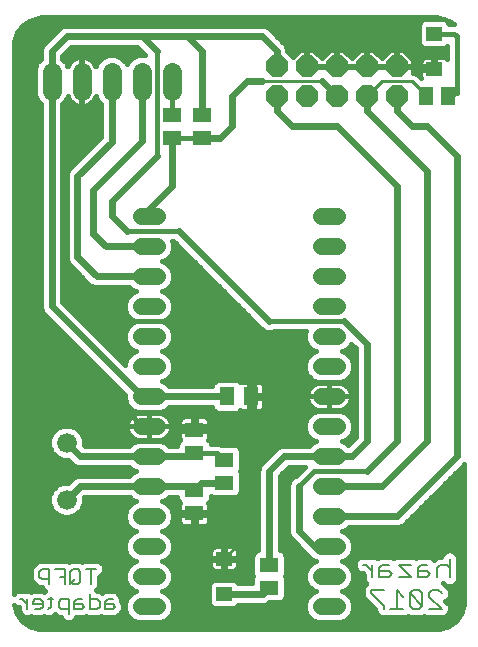
<source format=gbl>
G75*
%MOIN*%
%OFA0B0*%
%FSLAX25Y25*%
%IPPOS*%
%LPD*%
%AMOC8*
5,1,8,0,0,1.08239X$1,22.5*
%
%ADD10C,0.00800*%
%ADD11C,0.00600*%
%ADD12R,0.06299X0.05118*%
%ADD13R,0.05118X0.06299*%
%ADD14R,0.05512X0.04724*%
%ADD15C,0.06400*%
%ADD16OC8,0.07400*%
%ADD17C,0.06600*%
%ADD18C,0.05600*%
%ADD19C,0.02400*%
%ADD20C,0.01600*%
%ADD21C,0.01000*%
D10*
X0124529Y0033461D02*
X0125563Y0033461D01*
X0127632Y0031392D01*
X0127632Y0029324D02*
X0127632Y0033461D01*
X0129940Y0032427D02*
X0129940Y0029324D01*
X0133043Y0029324D01*
X0134077Y0030358D01*
X0133043Y0031392D01*
X0129940Y0031392D01*
X0129940Y0032427D02*
X0130975Y0033461D01*
X0133043Y0033461D01*
X0136386Y0033461D02*
X0140523Y0029324D01*
X0136386Y0029324D01*
X0135769Y0025029D02*
X0135769Y0018824D01*
X0137837Y0018824D02*
X0133700Y0018824D01*
X0131392Y0018824D02*
X0131392Y0019858D01*
X0127255Y0023995D01*
X0127255Y0025029D01*
X0131392Y0025029D01*
X0135769Y0025029D02*
X0137837Y0022961D01*
X0140146Y0023995D02*
X0140146Y0019858D01*
X0141180Y0018824D01*
X0143248Y0018824D01*
X0144283Y0019858D01*
X0140146Y0023995D01*
X0141180Y0025029D01*
X0143248Y0025029D01*
X0144283Y0023995D01*
X0144283Y0019858D01*
X0146591Y0018824D02*
X0150728Y0018824D01*
X0146591Y0022961D01*
X0146591Y0023995D01*
X0147625Y0025029D01*
X0149694Y0025029D01*
X0150728Y0023995D01*
X0149277Y0029324D02*
X0149277Y0032427D01*
X0150311Y0033461D01*
X0152379Y0033461D01*
X0153414Y0032427D01*
X0153414Y0035529D02*
X0153414Y0029324D01*
X0146968Y0030358D02*
X0145934Y0029324D01*
X0142831Y0029324D01*
X0142831Y0032427D01*
X0143866Y0033461D01*
X0145934Y0033461D01*
X0145934Y0031392D02*
X0142831Y0031392D01*
X0140523Y0033461D02*
X0136386Y0033461D01*
X0145934Y0031392D02*
X0146968Y0030358D01*
D11*
X0041880Y0019556D02*
X0041046Y0020390D01*
X0038544Y0020390D01*
X0038544Y0021224D02*
X0038544Y0018722D01*
X0041046Y0018722D01*
X0041880Y0019556D01*
X0041046Y0022058D02*
X0039378Y0022058D01*
X0038544Y0021224D01*
X0036724Y0021224D02*
X0036724Y0019556D01*
X0035890Y0018722D01*
X0033388Y0018722D01*
X0033388Y0023726D01*
X0033388Y0022058D02*
X0035890Y0022058D01*
X0036724Y0021224D01*
X0031568Y0019556D02*
X0030734Y0020390D01*
X0028231Y0020390D01*
X0028231Y0021224D02*
X0028231Y0018722D01*
X0030734Y0018722D01*
X0031568Y0019556D01*
X0030734Y0022058D02*
X0029065Y0022058D01*
X0028231Y0021224D01*
X0026411Y0022058D02*
X0023909Y0022058D01*
X0023075Y0021224D01*
X0023075Y0019556D01*
X0023909Y0018722D01*
X0026411Y0018722D01*
X0026411Y0017054D02*
X0026411Y0022058D01*
X0026942Y0027122D02*
X0028610Y0028790D01*
X0026942Y0027956D02*
X0027776Y0027122D01*
X0029444Y0027122D01*
X0030278Y0027956D01*
X0030278Y0031292D01*
X0029444Y0032126D01*
X0027776Y0032126D01*
X0026942Y0031292D01*
X0026942Y0027956D01*
X0025122Y0027122D02*
X0025122Y0032126D01*
X0021786Y0032126D01*
X0019966Y0032126D02*
X0017464Y0032126D01*
X0016629Y0031292D01*
X0016629Y0029624D01*
X0017464Y0028790D01*
X0019966Y0028790D01*
X0019966Y0027122D02*
X0019966Y0032126D01*
X0023454Y0029624D02*
X0025122Y0029624D01*
X0020421Y0022892D02*
X0020421Y0019556D01*
X0019587Y0018722D01*
X0017817Y0019556D02*
X0017817Y0021224D01*
X0016983Y0022058D01*
X0015315Y0022058D01*
X0014481Y0021224D01*
X0014481Y0020390D01*
X0017817Y0020390D01*
X0017817Y0019556D02*
X0016983Y0018722D01*
X0015315Y0018722D01*
X0012661Y0018722D02*
X0012661Y0022058D01*
X0012661Y0020390D02*
X0010993Y0022058D01*
X0010159Y0022058D01*
X0019587Y0022058D02*
X0021255Y0022058D01*
X0032099Y0032126D02*
X0035435Y0032126D01*
X0033767Y0032126D02*
X0033767Y0027122D01*
D12*
X0068237Y0050737D03*
X0068237Y0058611D03*
X0068237Y0070737D03*
X0068237Y0078611D03*
X0078237Y0068414D03*
X0078237Y0060934D03*
X0093237Y0033414D03*
X0093237Y0025934D03*
X0070737Y0175934D03*
X0070737Y0183414D03*
X0060737Y0183611D03*
X0060737Y0175737D03*
D13*
X0079300Y0089674D03*
X0087174Y0089674D03*
X0145422Y0189674D03*
X0152902Y0189674D03*
D14*
X0148237Y0198769D03*
X0148237Y0210580D03*
X0078237Y0035580D03*
X0078237Y0023769D03*
D15*
X0060737Y0191474D02*
X0060737Y0197874D01*
X0050737Y0197874D02*
X0050737Y0191474D01*
X0040737Y0191474D02*
X0040737Y0197874D01*
X0030737Y0197874D02*
X0030737Y0191474D01*
X0020737Y0191474D02*
X0020737Y0197874D01*
D16*
X0095737Y0199674D03*
X0095737Y0189674D03*
X0105737Y0189674D03*
X0105737Y0199674D03*
X0115737Y0199674D03*
X0115737Y0189674D03*
X0125737Y0189674D03*
X0125737Y0199674D03*
X0135737Y0199674D03*
X0135737Y0189674D03*
D17*
X0025737Y0074174D03*
X0025737Y0055174D03*
D18*
X0050437Y0059674D02*
X0056037Y0059674D01*
X0056037Y0049674D02*
X0050437Y0049674D01*
X0050437Y0039674D02*
X0056037Y0039674D01*
X0056037Y0029674D02*
X0050437Y0029674D01*
X0050437Y0019674D02*
X0056037Y0019674D01*
X0056037Y0069674D02*
X0050437Y0069674D01*
X0050437Y0079674D02*
X0056037Y0079674D01*
X0056037Y0089674D02*
X0050437Y0089674D01*
X0050437Y0099674D02*
X0056037Y0099674D01*
X0056037Y0109674D02*
X0050437Y0109674D01*
X0050437Y0119674D02*
X0056037Y0119674D01*
X0056037Y0129674D02*
X0050437Y0129674D01*
X0050437Y0139674D02*
X0056037Y0139674D01*
X0056037Y0149674D02*
X0050437Y0149674D01*
X0110437Y0149674D02*
X0116037Y0149674D01*
X0116037Y0139674D02*
X0110437Y0139674D01*
X0110437Y0129674D02*
X0116037Y0129674D01*
X0116037Y0119674D02*
X0110437Y0119674D01*
X0110437Y0109674D02*
X0116037Y0109674D01*
X0116037Y0099674D02*
X0110437Y0099674D01*
X0110437Y0089674D02*
X0116037Y0089674D01*
X0116037Y0079674D02*
X0110437Y0079674D01*
X0110437Y0069674D02*
X0116037Y0069674D01*
X0116037Y0059674D02*
X0110437Y0059674D01*
X0110437Y0049674D02*
X0116037Y0049674D01*
X0116037Y0039674D02*
X0110437Y0039674D01*
X0110437Y0029674D02*
X0116037Y0029674D01*
X0116037Y0019674D02*
X0110437Y0019674D01*
D19*
X0108237Y0039674D02*
X0103237Y0044674D01*
X0103237Y0059674D01*
X0093237Y0064674D02*
X0098237Y0069674D01*
X0120737Y0069674D01*
X0125737Y0074674D01*
X0125737Y0107174D01*
X0118237Y0114674D01*
X0093237Y0114674D02*
X0063237Y0144674D01*
X0053237Y0139674D02*
X0038737Y0139674D01*
X0034637Y0143774D01*
X0034637Y0158574D01*
X0050737Y0174674D01*
X0050737Y0194674D01*
X0055737Y0204674D02*
X0050737Y0209674D01*
X0065737Y0209674D01*
X0070737Y0204674D01*
X0070737Y0183414D01*
X0070737Y0175934D02*
X0076997Y0175934D01*
X0080737Y0179674D01*
X0080737Y0189674D01*
X0085737Y0194674D01*
X0090737Y0194674D01*
X0095737Y0189674D02*
X0095737Y0184674D01*
X0100737Y0179674D01*
X0115737Y0179674D01*
X0135737Y0159674D01*
X0135737Y0074674D01*
X0125737Y0064674D01*
X0130737Y0059674D02*
X0113237Y0059674D01*
X0113237Y0049674D02*
X0135737Y0049674D01*
X0155737Y0069674D01*
X0155737Y0169674D01*
X0145737Y0179674D01*
X0140737Y0179674D01*
X0135737Y0184674D01*
X0135737Y0189674D01*
X0125737Y0189674D02*
X0125737Y0184674D01*
X0145737Y0164674D01*
X0145737Y0074674D01*
X0130737Y0059674D01*
X0093237Y0064674D02*
X0093237Y0033414D01*
X0091072Y0023769D02*
X0078237Y0023769D01*
X0068237Y0058611D02*
X0067174Y0059674D01*
X0053237Y0059674D01*
X0030237Y0059674D01*
X0025737Y0055174D01*
X0030237Y0069674D02*
X0025737Y0074174D01*
X0030237Y0069674D02*
X0053237Y0069674D01*
X0067174Y0069674D01*
X0070560Y0060934D02*
X0078237Y0060934D01*
X0079300Y0089674D02*
X0053237Y0089674D01*
X0050737Y0089674D02*
X0020737Y0119674D01*
X0020737Y0194674D01*
X0020737Y0204674D01*
X0025737Y0209674D01*
X0050737Y0209674D01*
X0040737Y0194674D02*
X0040737Y0174674D01*
X0040737Y0174595D01*
X0029359Y0163217D01*
X0029359Y0136052D01*
X0035737Y0129674D01*
X0053237Y0129674D01*
X0045737Y0144674D02*
X0040737Y0149674D01*
X0040737Y0154674D01*
X0055737Y0169674D01*
X0060737Y0175737D02*
X0060737Y0159674D01*
X0053237Y0152174D01*
X0053237Y0149674D01*
X0065737Y0209674D02*
X0090737Y0209674D01*
X0095737Y0204674D01*
X0095737Y0199674D01*
X0110737Y0194674D02*
X0115737Y0189674D01*
D20*
X0009163Y0017213D02*
X0010893Y0014830D01*
X0013276Y0013100D01*
X0016076Y0012190D01*
X0017548Y0012074D01*
X0148847Y0012074D01*
X0150319Y0012190D01*
X0153120Y0013100D01*
X0155502Y0014830D01*
X0157233Y0017213D01*
X0158142Y0020013D01*
X0158258Y0021485D01*
X0158258Y0067104D01*
X0157776Y0066622D01*
X0137776Y0046622D01*
X0136453Y0046074D01*
X0119791Y0046074D01*
X0118983Y0045266D01*
X0117554Y0044674D01*
X0118983Y0044082D01*
X0120445Y0042620D01*
X0121237Y0040708D01*
X0121237Y0038640D01*
X0120445Y0036728D01*
X0118983Y0035266D01*
X0117554Y0034674D01*
X0118983Y0034082D01*
X0120445Y0032620D01*
X0121237Y0030708D01*
X0121237Y0028640D01*
X0120445Y0026728D01*
X0118983Y0025266D01*
X0117554Y0024674D01*
X0118983Y0024082D01*
X0120445Y0022620D01*
X0121237Y0020708D01*
X0121237Y0018640D01*
X0120445Y0016728D01*
X0118983Y0015266D01*
X0117071Y0014474D01*
X0109403Y0014474D01*
X0107491Y0015266D01*
X0106029Y0016728D01*
X0105237Y0018640D01*
X0105237Y0020708D01*
X0106029Y0022620D01*
X0107491Y0024082D01*
X0108920Y0024674D01*
X0107491Y0025266D01*
X0106029Y0026728D01*
X0105237Y0028640D01*
X0105237Y0030708D01*
X0106029Y0032620D01*
X0107491Y0034082D01*
X0108920Y0034674D01*
X0107491Y0035266D01*
X0106029Y0036728D01*
X0105984Y0036836D01*
X0100185Y0042635D01*
X0099637Y0043958D01*
X0099637Y0060390D01*
X0100185Y0061713D01*
X0101198Y0062726D01*
X0102163Y0063126D01*
X0105112Y0066074D01*
X0099728Y0066074D01*
X0096837Y0063183D01*
X0096837Y0038373D01*
X0096864Y0038373D01*
X0097746Y0038008D01*
X0098421Y0037333D01*
X0098787Y0036451D01*
X0098787Y0030378D01*
X0098495Y0029674D01*
X0098787Y0028970D01*
X0098787Y0022897D01*
X0098421Y0022015D01*
X0097746Y0021340D01*
X0096864Y0020975D01*
X0093369Y0020975D01*
X0093111Y0020717D01*
X0091788Y0020169D01*
X0083078Y0020169D01*
X0083028Y0020047D01*
X0082352Y0019372D01*
X0081470Y0019006D01*
X0075004Y0019006D01*
X0074122Y0019372D01*
X0073446Y0020047D01*
X0073081Y0020929D01*
X0073081Y0026608D01*
X0073446Y0027490D01*
X0074122Y0028165D01*
X0075004Y0028531D01*
X0081470Y0028531D01*
X0082352Y0028165D01*
X0083028Y0027490D01*
X0083078Y0027368D01*
X0087687Y0027368D01*
X0087687Y0028970D01*
X0087979Y0029674D01*
X0087687Y0030378D01*
X0087687Y0036451D01*
X0088053Y0037333D01*
X0088728Y0038008D01*
X0089610Y0038373D01*
X0089637Y0038373D01*
X0089637Y0065390D01*
X0090185Y0066713D01*
X0095185Y0071713D01*
X0095185Y0071713D01*
X0096198Y0072726D01*
X0097521Y0073274D01*
X0106683Y0073274D01*
X0107491Y0074082D01*
X0108920Y0074674D01*
X0107491Y0075266D01*
X0106029Y0076728D01*
X0105237Y0078640D01*
X0105237Y0080708D01*
X0106029Y0082620D01*
X0107491Y0084082D01*
X0109403Y0084874D01*
X0117071Y0084874D01*
X0118983Y0084082D01*
X0120445Y0082620D01*
X0121237Y0080708D01*
X0121237Y0078640D01*
X0120445Y0076728D01*
X0118983Y0075266D01*
X0117554Y0074674D01*
X0118983Y0074082D01*
X0119518Y0073547D01*
X0122137Y0076165D01*
X0122137Y0105683D01*
X0120635Y0107185D01*
X0120445Y0106728D01*
X0118983Y0105266D01*
X0117554Y0104674D01*
X0118983Y0104082D01*
X0120445Y0102620D01*
X0121237Y0100708D01*
X0121237Y0098640D01*
X0120445Y0096728D01*
X0118983Y0095266D01*
X0117071Y0094474D01*
X0109403Y0094474D01*
X0107491Y0095266D01*
X0106029Y0096728D01*
X0105237Y0098640D01*
X0105237Y0100708D01*
X0106029Y0102620D01*
X0107491Y0104082D01*
X0108920Y0104674D01*
X0107491Y0105266D01*
X0106029Y0106728D01*
X0105237Y0108640D01*
X0105237Y0110708D01*
X0105554Y0111474D01*
X0094919Y0111474D01*
X0093953Y0111074D01*
X0092521Y0111074D01*
X0091198Y0111622D01*
X0061346Y0141474D01*
X0060920Y0141474D01*
X0061237Y0140708D01*
X0061237Y0138640D01*
X0060445Y0136728D01*
X0058983Y0135266D01*
X0057554Y0134674D01*
X0058983Y0134082D01*
X0060445Y0132620D01*
X0061237Y0130708D01*
X0061237Y0128640D01*
X0060445Y0126728D01*
X0058983Y0125266D01*
X0057554Y0124674D01*
X0058983Y0124082D01*
X0060445Y0122620D01*
X0061237Y0120708D01*
X0061237Y0118640D01*
X0060445Y0116728D01*
X0058983Y0115266D01*
X0057554Y0114674D01*
X0058983Y0114082D01*
X0060445Y0112620D01*
X0061237Y0110708D01*
X0061237Y0108640D01*
X0060445Y0106728D01*
X0058983Y0105266D01*
X0057554Y0104674D01*
X0058983Y0104082D01*
X0060445Y0102620D01*
X0061237Y0100708D01*
X0061237Y0098640D01*
X0060445Y0096728D01*
X0058983Y0095266D01*
X0057554Y0094674D01*
X0058983Y0094082D01*
X0059791Y0093274D01*
X0074341Y0093274D01*
X0074341Y0093301D01*
X0074706Y0094183D01*
X0075381Y0094858D01*
X0076264Y0095224D01*
X0082336Y0095224D01*
X0083219Y0094858D01*
X0083702Y0094375D01*
X0083920Y0094501D01*
X0084378Y0094624D01*
X0086694Y0094624D01*
X0086694Y0090154D01*
X0087654Y0090154D01*
X0087654Y0094624D01*
X0089970Y0094624D01*
X0090428Y0094501D01*
X0090838Y0094264D01*
X0091173Y0093929D01*
X0091410Y0093518D01*
X0091533Y0093061D01*
X0091533Y0090154D01*
X0087654Y0090154D01*
X0087654Y0089194D01*
X0091533Y0089194D01*
X0091533Y0086287D01*
X0091410Y0085830D01*
X0091173Y0085419D01*
X0090838Y0085084D01*
X0090428Y0084847D01*
X0089970Y0084724D01*
X0087654Y0084724D01*
X0087654Y0089194D01*
X0086694Y0089194D01*
X0086694Y0084724D01*
X0084378Y0084724D01*
X0083920Y0084847D01*
X0083702Y0084973D01*
X0083219Y0084490D01*
X0082336Y0084124D01*
X0076264Y0084124D01*
X0075381Y0084490D01*
X0074706Y0085165D01*
X0074341Y0086047D01*
X0074341Y0086074D01*
X0059791Y0086074D01*
X0058983Y0085266D01*
X0057071Y0084474D01*
X0049403Y0084474D01*
X0047491Y0085266D01*
X0046029Y0086728D01*
X0045237Y0088640D01*
X0045237Y0090083D01*
X0017685Y0117635D01*
X0017137Y0118958D01*
X0017137Y0187154D01*
X0015990Y0188302D01*
X0015137Y0190360D01*
X0015137Y0198988D01*
X0015990Y0201046D01*
X0017137Y0202194D01*
X0017137Y0205390D01*
X0017685Y0206713D01*
X0022685Y0211713D01*
X0023698Y0212726D01*
X0025021Y0213274D01*
X0091453Y0213274D01*
X0092776Y0212726D01*
X0097776Y0207726D01*
X0098789Y0206713D01*
X0099337Y0205390D01*
X0099337Y0204701D01*
X0101161Y0202876D01*
X0103459Y0205174D01*
X0105537Y0205174D01*
X0105537Y0199874D01*
X0105937Y0199874D01*
X0105937Y0205174D01*
X0108015Y0205174D01*
X0110737Y0202452D01*
X0113459Y0205174D01*
X0115537Y0205174D01*
X0115537Y0199874D01*
X0115537Y0199474D01*
X0110237Y0199474D01*
X0105937Y0199474D01*
X0105937Y0199874D01*
X0115537Y0199874D01*
X0115937Y0199874D01*
X0125537Y0199874D01*
X0125537Y0199474D01*
X0120237Y0199474D01*
X0115937Y0199474D01*
X0115937Y0199874D01*
X0115937Y0205174D01*
X0118015Y0205174D01*
X0120737Y0202452D01*
X0123459Y0205174D01*
X0125537Y0205174D01*
X0125537Y0199874D01*
X0125937Y0199874D01*
X0125937Y0205174D01*
X0128015Y0205174D01*
X0130737Y0202452D01*
X0133459Y0205174D01*
X0135537Y0205174D01*
X0135537Y0199874D01*
X0135537Y0199474D01*
X0130237Y0199474D01*
X0125937Y0199474D01*
X0125937Y0199874D01*
X0135537Y0199874D01*
X0135937Y0199874D01*
X0135937Y0205174D01*
X0138015Y0205174D01*
X0141237Y0201952D01*
X0141237Y0199874D01*
X0135937Y0199874D01*
X0135937Y0199474D01*
X0141237Y0199474D01*
X0141237Y0197574D01*
X0141314Y0197574D01*
X0142380Y0197133D01*
X0143195Y0196317D01*
X0143808Y0195704D01*
X0143804Y0195712D01*
X0143681Y0196169D01*
X0143681Y0198387D01*
X0147856Y0198387D01*
X0147856Y0199150D01*
X0147856Y0202931D01*
X0145244Y0202931D01*
X0144786Y0202808D01*
X0144376Y0202571D01*
X0144041Y0202236D01*
X0143804Y0201825D01*
X0143681Y0201368D01*
X0143681Y0199150D01*
X0147856Y0199150D01*
X0148618Y0199150D01*
X0148618Y0202931D01*
X0151230Y0202931D01*
X0151688Y0202808D01*
X0152098Y0202571D01*
X0152433Y0202236D01*
X0152537Y0202056D01*
X0152537Y0206367D01*
X0152352Y0206183D01*
X0151470Y0205817D01*
X0145004Y0205817D01*
X0144122Y0206183D01*
X0143446Y0206858D01*
X0143081Y0207740D01*
X0143081Y0213419D01*
X0143446Y0214301D01*
X0144122Y0214976D01*
X0145004Y0215342D01*
X0151470Y0215342D01*
X0152352Y0214976D01*
X0153028Y0214301D01*
X0153244Y0213780D01*
X0154730Y0213780D01*
X0153120Y0214949D01*
X0150319Y0215859D01*
X0148847Y0215975D01*
X0017548Y0215975D01*
X0016076Y0215859D01*
X0013276Y0214949D01*
X0010893Y0213218D01*
X0009163Y0210836D01*
X0008253Y0208036D01*
X0008137Y0206564D01*
X0008137Y0023855D01*
X0008629Y0024347D01*
X0009622Y0024758D01*
X0011530Y0024758D01*
X0011827Y0024635D01*
X0012124Y0024758D01*
X0013198Y0024758D01*
X0013988Y0024431D01*
X0014778Y0024758D01*
X0017520Y0024758D01*
X0018191Y0024481D01*
X0018512Y0024802D01*
X0018436Y0024833D01*
X0017677Y0025593D01*
X0017471Y0026090D01*
X0016926Y0026090D01*
X0016504Y0026265D01*
X0015934Y0026501D01*
X0015934Y0026501D01*
X0015922Y0026513D01*
X0014341Y0028095D01*
X0014341Y0028095D01*
X0014341Y0028095D01*
X0014275Y0028253D01*
X0013929Y0029087D01*
X0013929Y0031829D01*
X0014265Y0032640D01*
X0014341Y0032822D01*
X0014341Y0032822D01*
X0015934Y0034415D01*
X0016527Y0034661D01*
X0016926Y0034826D01*
X0020503Y0034826D01*
X0020876Y0034672D01*
X0021249Y0034826D01*
X0025659Y0034826D01*
X0026449Y0034499D01*
X0026840Y0034661D01*
X0027239Y0034826D01*
X0029981Y0034826D01*
X0030772Y0034499D01*
X0031562Y0034826D01*
X0035972Y0034826D01*
X0036964Y0034415D01*
X0037724Y0033656D01*
X0038135Y0032663D01*
X0038135Y0031589D01*
X0037724Y0030597D01*
X0036964Y0029837D01*
X0036467Y0029631D01*
X0036467Y0026585D01*
X0036056Y0025593D01*
X0035689Y0025226D01*
X0035883Y0024758D01*
X0036427Y0024758D01*
X0037237Y0024423D01*
X0037419Y0024347D01*
X0037419Y0024347D01*
X0037419Y0024347D01*
X0037634Y0024132D01*
X0037849Y0024347D01*
X0038841Y0024758D01*
X0041583Y0024758D01*
X0042576Y0024347D01*
X0043335Y0023588D01*
X0043746Y0022595D01*
X0043746Y0021521D01*
X0043743Y0021512D01*
X0044169Y0021086D01*
X0044580Y0020093D01*
X0044580Y0019019D01*
X0044169Y0018027D01*
X0043410Y0017267D01*
X0042576Y0016433D01*
X0041583Y0016022D01*
X0038007Y0016022D01*
X0037217Y0016349D01*
X0036427Y0016022D01*
X0032851Y0016022D01*
X0032061Y0016349D01*
X0031271Y0016022D01*
X0028906Y0016022D01*
X0028700Y0015525D01*
X0027941Y0014765D01*
X0026948Y0014354D01*
X0025874Y0014354D01*
X0024882Y0014765D01*
X0024122Y0015525D01*
X0023916Y0016022D01*
X0023372Y0016022D01*
X0022949Y0016197D01*
X0022380Y0016433D01*
X0022380Y0016433D01*
X0022367Y0016445D01*
X0021748Y0017065D01*
X0021116Y0016433D01*
X0020124Y0016022D01*
X0019050Y0016022D01*
X0018285Y0016339D01*
X0017520Y0016022D01*
X0014778Y0016022D01*
X0013988Y0016349D01*
X0013198Y0016022D01*
X0012124Y0016022D01*
X0011131Y0016433D01*
X0010372Y0017193D01*
X0009961Y0018185D01*
X0009961Y0019272D01*
X0009874Y0019358D01*
X0009622Y0019358D01*
X0008629Y0019769D01*
X0008242Y0020157D01*
X0008253Y0020013D01*
X0009163Y0017213D01*
X0009015Y0017667D02*
X0010176Y0017667D01*
X0009994Y0016068D02*
X0012013Y0016068D01*
X0013309Y0016068D02*
X0014667Y0016068D01*
X0013979Y0012871D02*
X0152416Y0012871D01*
X0155005Y0014470D02*
X0027227Y0014470D01*
X0025595Y0014470D02*
X0011390Y0014470D01*
X0009961Y0019265D02*
X0008496Y0019265D01*
X0008343Y0024061D02*
X0008137Y0024061D01*
X0008137Y0025659D02*
X0017649Y0025659D01*
X0015178Y0027258D02*
X0008137Y0027258D01*
X0008137Y0028856D02*
X0014025Y0028856D01*
X0013929Y0030455D02*
X0008137Y0030455D01*
X0008137Y0032053D02*
X0014022Y0032053D01*
X0014341Y0032822D02*
X0014341Y0032822D01*
X0015171Y0033652D02*
X0008137Y0033652D01*
X0008137Y0035250D02*
X0047529Y0035250D01*
X0047491Y0035266D02*
X0048920Y0034674D01*
X0047491Y0034082D01*
X0046029Y0032620D01*
X0045237Y0030708D01*
X0045237Y0028640D01*
X0046029Y0026728D01*
X0047491Y0025266D01*
X0048920Y0024674D01*
X0047491Y0024082D01*
X0046029Y0022620D01*
X0045237Y0020708D01*
X0045237Y0018640D01*
X0046029Y0016728D01*
X0047491Y0015266D01*
X0049403Y0014474D01*
X0057071Y0014474D01*
X0058983Y0015266D01*
X0060445Y0016728D01*
X0061237Y0018640D01*
X0061237Y0020708D01*
X0060445Y0022620D01*
X0058983Y0024082D01*
X0057554Y0024674D01*
X0058983Y0025266D01*
X0060445Y0026728D01*
X0061237Y0028640D01*
X0061237Y0030708D01*
X0060445Y0032620D01*
X0058983Y0034082D01*
X0057554Y0034674D01*
X0058983Y0035266D01*
X0060445Y0036728D01*
X0061237Y0038640D01*
X0061237Y0040708D01*
X0060445Y0042620D01*
X0058983Y0044082D01*
X0057554Y0044674D01*
X0058983Y0045266D01*
X0060445Y0046728D01*
X0061237Y0048640D01*
X0061237Y0050708D01*
X0060445Y0052620D01*
X0058983Y0054082D01*
X0057554Y0054674D01*
X0058983Y0055266D01*
X0059791Y0056074D01*
X0062687Y0056074D01*
X0062687Y0055575D01*
X0063053Y0054692D01*
X0063536Y0054209D01*
X0063410Y0053991D01*
X0063287Y0053533D01*
X0063287Y0051217D01*
X0067757Y0051217D01*
X0067757Y0050257D01*
X0068717Y0050257D01*
X0068717Y0051217D01*
X0073187Y0051217D01*
X0073187Y0053533D01*
X0073064Y0053991D01*
X0072938Y0054209D01*
X0073421Y0054692D01*
X0073787Y0055575D01*
X0073787Y0056316D01*
X0074610Y0055975D01*
X0081864Y0055975D01*
X0082746Y0056340D01*
X0083421Y0057015D01*
X0083787Y0057897D01*
X0083787Y0063970D01*
X0083495Y0064674D01*
X0083787Y0065378D01*
X0083787Y0071451D01*
X0083421Y0072333D01*
X0082746Y0073008D01*
X0081864Y0073373D01*
X0077803Y0073373D01*
X0077727Y0073450D01*
X0076551Y0073937D01*
X0073719Y0073937D01*
X0073421Y0074656D01*
X0072938Y0075139D01*
X0073064Y0075357D01*
X0073187Y0075815D01*
X0073187Y0078131D01*
X0068717Y0078131D01*
X0068717Y0079091D01*
X0067757Y0079091D01*
X0067757Y0082970D01*
X0064850Y0082970D01*
X0064393Y0082847D01*
X0063982Y0082610D01*
X0063647Y0082275D01*
X0063410Y0081865D01*
X0063287Y0081407D01*
X0063287Y0079091D01*
X0067757Y0079091D01*
X0067757Y0078131D01*
X0063287Y0078131D01*
X0063287Y0075815D01*
X0063410Y0075357D01*
X0063536Y0075139D01*
X0063053Y0074656D01*
X0062687Y0073773D01*
X0062687Y0073274D01*
X0059791Y0073274D01*
X0058983Y0074082D01*
X0057071Y0074874D01*
X0049403Y0074874D01*
X0047491Y0074082D01*
X0046683Y0073274D01*
X0031728Y0073274D01*
X0031437Y0073565D01*
X0031437Y0075308D01*
X0030569Y0077403D01*
X0028966Y0079006D01*
X0026871Y0079874D01*
X0024603Y0079874D01*
X0022508Y0079006D01*
X0020905Y0077403D01*
X0020037Y0075308D01*
X0020037Y0073040D01*
X0020905Y0070945D01*
X0022508Y0069342D01*
X0024603Y0068474D01*
X0026346Y0068474D01*
X0028198Y0066622D01*
X0029521Y0066074D01*
X0046683Y0066074D01*
X0047491Y0065266D01*
X0048920Y0064674D01*
X0047491Y0064082D01*
X0046683Y0063274D01*
X0029521Y0063274D01*
X0028198Y0062726D01*
X0026346Y0060874D01*
X0024603Y0060874D01*
X0022508Y0060006D01*
X0020905Y0058403D01*
X0020037Y0056308D01*
X0020037Y0054040D01*
X0020905Y0051945D01*
X0022508Y0050342D01*
X0024603Y0049474D01*
X0026871Y0049474D01*
X0028966Y0050342D01*
X0030569Y0051945D01*
X0031437Y0054040D01*
X0031437Y0055783D01*
X0031728Y0056074D01*
X0046683Y0056074D01*
X0047491Y0055266D01*
X0048920Y0054674D01*
X0047491Y0054082D01*
X0046029Y0052620D01*
X0045237Y0050708D01*
X0045237Y0048640D01*
X0046029Y0046728D01*
X0047491Y0045266D01*
X0048920Y0044674D01*
X0047491Y0044082D01*
X0046029Y0042620D01*
X0045237Y0040708D01*
X0045237Y0038640D01*
X0046029Y0036728D01*
X0047491Y0035266D01*
X0047061Y0033652D02*
X0037725Y0033652D01*
X0038135Y0032053D02*
X0045794Y0032053D01*
X0045237Y0030455D02*
X0037582Y0030455D01*
X0036467Y0028856D02*
X0045237Y0028856D01*
X0045809Y0027258D02*
X0036467Y0027258D01*
X0036083Y0025659D02*
X0047098Y0025659D01*
X0047470Y0024061D02*
X0042862Y0024061D01*
X0043746Y0022462D02*
X0045963Y0022462D01*
X0045301Y0020864D02*
X0044261Y0020864D01*
X0044580Y0019265D02*
X0045237Y0019265D01*
X0045640Y0017667D02*
X0043809Y0017667D01*
X0041694Y0016068D02*
X0046689Y0016068D01*
X0037896Y0016068D02*
X0036538Y0016068D01*
X0032740Y0016068D02*
X0031382Y0016068D01*
X0023261Y0016068D02*
X0020235Y0016068D01*
X0018939Y0016068D02*
X0017631Y0016068D01*
X0008137Y0036849D02*
X0045979Y0036849D01*
X0045317Y0038447D02*
X0008137Y0038447D01*
X0008137Y0040046D02*
X0045237Y0040046D01*
X0045625Y0041644D02*
X0008137Y0041644D01*
X0008137Y0043243D02*
X0046652Y0043243D01*
X0048516Y0044841D02*
X0008137Y0044841D01*
X0008137Y0046440D02*
X0046317Y0046440D01*
X0045486Y0048038D02*
X0008137Y0048038D01*
X0008137Y0049637D02*
X0024210Y0049637D01*
X0021615Y0051235D02*
X0008137Y0051235D01*
X0008137Y0052834D02*
X0020537Y0052834D01*
X0020037Y0054432D02*
X0008137Y0054432D01*
X0008137Y0056031D02*
X0020037Y0056031D01*
X0020584Y0057629D02*
X0008137Y0057629D01*
X0008137Y0059228D02*
X0021730Y0059228D01*
X0024488Y0060826D02*
X0008137Y0060826D01*
X0008137Y0062425D02*
X0027897Y0062425D01*
X0027599Y0067220D02*
X0008137Y0067220D01*
X0008137Y0065622D02*
X0047135Y0065622D01*
X0047432Y0064023D02*
X0008137Y0064023D01*
X0008137Y0068819D02*
X0023770Y0068819D01*
X0021433Y0070417D02*
X0008137Y0070417D01*
X0008137Y0072016D02*
X0020461Y0072016D01*
X0020037Y0073614D02*
X0008137Y0073614D01*
X0008137Y0075213D02*
X0020037Y0075213D01*
X0020660Y0076811D02*
X0008137Y0076811D01*
X0008137Y0078410D02*
X0021912Y0078410D01*
X0029562Y0078410D02*
X0046011Y0078410D01*
X0045950Y0078597D02*
X0046174Y0077908D01*
X0046503Y0077263D01*
X0046928Y0076677D01*
X0047440Y0076165D01*
X0048026Y0075740D01*
X0048671Y0075411D01*
X0049360Y0075187D01*
X0050075Y0075074D01*
X0053237Y0075074D01*
X0056399Y0075074D01*
X0057114Y0075187D01*
X0057803Y0075411D01*
X0058448Y0075740D01*
X0059034Y0076165D01*
X0059546Y0076677D01*
X0059971Y0077263D01*
X0060300Y0077908D01*
X0060524Y0078597D01*
X0060637Y0079312D01*
X0060637Y0079674D01*
X0060637Y0080036D01*
X0060524Y0080751D01*
X0060300Y0081440D01*
X0059971Y0082085D01*
X0059546Y0082671D01*
X0059034Y0083183D01*
X0058448Y0083608D01*
X0057803Y0083937D01*
X0057114Y0084161D01*
X0056399Y0084274D01*
X0053237Y0084274D01*
X0050075Y0084274D01*
X0049360Y0084161D01*
X0048671Y0083937D01*
X0048026Y0083608D01*
X0047440Y0083183D01*
X0046928Y0082671D01*
X0046503Y0082085D01*
X0046174Y0081440D01*
X0045950Y0080751D01*
X0045837Y0080036D01*
X0045837Y0079674D01*
X0045837Y0079312D01*
X0045950Y0078597D01*
X0045837Y0079674D02*
X0053237Y0079674D01*
X0050737Y0079674D01*
X0010737Y0119674D01*
X0010737Y0199674D01*
X0025737Y0214674D01*
X0130737Y0214674D01*
X0135737Y0209674D01*
X0135737Y0199674D01*
X0147331Y0199674D01*
X0148237Y0198769D01*
X0147856Y0199897D02*
X0148618Y0199897D01*
X0148618Y0201495D02*
X0147856Y0201495D01*
X0143715Y0201495D02*
X0141237Y0201495D01*
X0141237Y0199897D02*
X0143681Y0199897D01*
X0143681Y0198298D02*
X0141237Y0198298D01*
X0142812Y0196700D02*
X0143681Y0196700D01*
X0140095Y0203094D02*
X0152537Y0203094D01*
X0152537Y0204692D02*
X0138497Y0204692D01*
X0135937Y0204692D02*
X0135537Y0204692D01*
X0135537Y0203094D02*
X0135937Y0203094D01*
X0135937Y0201495D02*
X0135537Y0201495D01*
X0135537Y0199897D02*
X0135937Y0199897D01*
X0135737Y0199674D02*
X0125737Y0199674D01*
X0125537Y0199897D02*
X0125937Y0199897D01*
X0125937Y0201495D02*
X0125537Y0201495D01*
X0125537Y0203094D02*
X0125937Y0203094D01*
X0125937Y0204692D02*
X0125537Y0204692D01*
X0122977Y0204692D02*
X0118497Y0204692D01*
X0120095Y0203094D02*
X0121379Y0203094D01*
X0115937Y0203094D02*
X0115537Y0203094D01*
X0115537Y0204692D02*
X0115937Y0204692D01*
X0112977Y0204692D02*
X0108497Y0204692D01*
X0110095Y0203094D02*
X0111379Y0203094D01*
X0115537Y0201495D02*
X0115937Y0201495D01*
X0115937Y0199897D02*
X0115537Y0199897D01*
X0105937Y0199897D02*
X0105537Y0199897D01*
X0105537Y0201495D02*
X0105937Y0201495D01*
X0105937Y0203094D02*
X0105537Y0203094D01*
X0105537Y0204692D02*
X0105937Y0204692D01*
X0102977Y0204692D02*
X0099345Y0204692D01*
X0098964Y0206291D02*
X0144013Y0206291D01*
X0143081Y0207889D02*
X0097613Y0207889D01*
X0096014Y0209488D02*
X0143081Y0209488D01*
X0143081Y0211086D02*
X0094416Y0211086D01*
X0092817Y0212685D02*
X0143081Y0212685D01*
X0143439Y0214283D02*
X0012359Y0214283D01*
X0010506Y0212685D02*
X0023657Y0212685D01*
X0022058Y0211086D02*
X0009344Y0211086D01*
X0008725Y0209488D02*
X0020460Y0209488D01*
X0018861Y0207889D02*
X0008241Y0207889D01*
X0008137Y0206291D02*
X0017510Y0206291D01*
X0017137Y0204692D02*
X0008137Y0204692D01*
X0008137Y0203094D02*
X0017137Y0203094D01*
X0016439Y0201495D02*
X0008137Y0201495D01*
X0008137Y0199897D02*
X0015514Y0199897D01*
X0015137Y0198298D02*
X0008137Y0198298D01*
X0008137Y0196700D02*
X0015137Y0196700D01*
X0015137Y0195101D02*
X0008137Y0195101D01*
X0008137Y0193503D02*
X0015137Y0193503D01*
X0015137Y0191904D02*
X0008137Y0191904D01*
X0008137Y0190306D02*
X0015159Y0190306D01*
X0015822Y0188707D02*
X0008137Y0188707D01*
X0008137Y0187109D02*
X0017137Y0187109D01*
X0017137Y0185510D02*
X0008137Y0185510D01*
X0008137Y0183912D02*
X0017137Y0183912D01*
X0017137Y0182313D02*
X0008137Y0182313D01*
X0008137Y0180715D02*
X0017137Y0180715D01*
X0017137Y0179116D02*
X0008137Y0179116D01*
X0008137Y0177518D02*
X0017137Y0177518D01*
X0017137Y0175919D02*
X0008137Y0175919D01*
X0008137Y0174321D02*
X0017137Y0174321D01*
X0017137Y0172722D02*
X0008137Y0172722D01*
X0008137Y0171124D02*
X0017137Y0171124D01*
X0017137Y0169525D02*
X0008137Y0169525D01*
X0008137Y0167927D02*
X0017137Y0167927D01*
X0017137Y0166328D02*
X0008137Y0166328D01*
X0008137Y0164730D02*
X0017137Y0164730D01*
X0017137Y0163131D02*
X0008137Y0163131D01*
X0008137Y0161533D02*
X0017137Y0161533D01*
X0017137Y0159934D02*
X0008137Y0159934D01*
X0008137Y0158336D02*
X0017137Y0158336D01*
X0017137Y0156737D02*
X0008137Y0156737D01*
X0008137Y0155139D02*
X0017137Y0155139D01*
X0017137Y0153540D02*
X0008137Y0153540D01*
X0008137Y0151942D02*
X0017137Y0151942D01*
X0017137Y0150343D02*
X0008137Y0150343D01*
X0008137Y0148745D02*
X0017137Y0148745D01*
X0017137Y0147146D02*
X0008137Y0147146D01*
X0008137Y0145547D02*
X0017137Y0145547D01*
X0017137Y0143949D02*
X0008137Y0143949D01*
X0008137Y0142350D02*
X0017137Y0142350D01*
X0017137Y0140752D02*
X0008137Y0140752D01*
X0008137Y0139153D02*
X0017137Y0139153D01*
X0017137Y0137555D02*
X0008137Y0137555D01*
X0008137Y0135956D02*
X0017137Y0135956D01*
X0017137Y0134358D02*
X0008137Y0134358D01*
X0008137Y0132759D02*
X0017137Y0132759D01*
X0017137Y0131161D02*
X0008137Y0131161D01*
X0008137Y0129562D02*
X0017137Y0129562D01*
X0017137Y0127964D02*
X0008137Y0127964D01*
X0008137Y0126365D02*
X0017137Y0126365D01*
X0017137Y0124767D02*
X0008137Y0124767D01*
X0008137Y0123168D02*
X0017137Y0123168D01*
X0017137Y0121570D02*
X0008137Y0121570D01*
X0008137Y0119971D02*
X0017137Y0119971D01*
X0017379Y0118373D02*
X0008137Y0118373D01*
X0008137Y0116774D02*
X0018546Y0116774D01*
X0020144Y0115176D02*
X0008137Y0115176D01*
X0008137Y0113577D02*
X0021743Y0113577D01*
X0023341Y0111979D02*
X0008137Y0111979D01*
X0008137Y0110380D02*
X0024940Y0110380D01*
X0026538Y0108782D02*
X0008137Y0108782D01*
X0008137Y0107183D02*
X0028137Y0107183D01*
X0029735Y0105585D02*
X0008137Y0105585D01*
X0008137Y0103986D02*
X0031334Y0103986D01*
X0032932Y0102388D02*
X0008137Y0102388D01*
X0008137Y0100789D02*
X0034531Y0100789D01*
X0036129Y0099191D02*
X0008137Y0099191D01*
X0008137Y0097592D02*
X0037728Y0097592D01*
X0039326Y0095994D02*
X0008137Y0095994D01*
X0008137Y0094395D02*
X0040925Y0094395D01*
X0042523Y0092797D02*
X0008137Y0092797D01*
X0008137Y0091198D02*
X0044122Y0091198D01*
X0045237Y0089600D02*
X0008137Y0089600D01*
X0008137Y0088001D02*
X0045502Y0088001D01*
X0046355Y0086403D02*
X0008137Y0086403D01*
X0008137Y0084804D02*
X0048606Y0084804D01*
X0047472Y0083206D02*
X0008137Y0083206D01*
X0008137Y0081607D02*
X0046259Y0081607D01*
X0045837Y0080009D02*
X0008137Y0080009D01*
X0027264Y0049637D02*
X0045237Y0049637D01*
X0045455Y0051235D02*
X0029859Y0051235D01*
X0030937Y0052834D02*
X0046243Y0052834D01*
X0048336Y0054432D02*
X0031437Y0054432D01*
X0031685Y0056031D02*
X0046726Y0056031D01*
X0058138Y0054432D02*
X0063313Y0054432D01*
X0063287Y0052834D02*
X0060231Y0052834D01*
X0061019Y0051235D02*
X0063287Y0051235D01*
X0063287Y0050257D02*
X0063287Y0047941D01*
X0063410Y0047483D01*
X0063647Y0047073D01*
X0063982Y0046738D01*
X0064393Y0046501D01*
X0064850Y0046378D01*
X0067757Y0046378D01*
X0067757Y0050257D01*
X0063287Y0050257D01*
X0063287Y0049637D02*
X0061237Y0049637D01*
X0060988Y0048038D02*
X0063287Y0048038D01*
X0064620Y0046440D02*
X0060157Y0046440D01*
X0057958Y0044841D02*
X0089637Y0044841D01*
X0089637Y0043243D02*
X0059822Y0043243D01*
X0060849Y0041644D02*
X0089637Y0041644D01*
X0089637Y0040046D02*
X0061237Y0040046D01*
X0061157Y0038447D02*
X0073753Y0038447D01*
X0073804Y0038637D02*
X0073681Y0038179D01*
X0073681Y0035961D01*
X0077856Y0035961D01*
X0077856Y0039742D01*
X0075244Y0039742D01*
X0074786Y0039619D01*
X0074376Y0039382D01*
X0074041Y0039047D01*
X0073804Y0038637D01*
X0073681Y0036849D02*
X0060495Y0036849D01*
X0058945Y0035250D02*
X0077856Y0035250D01*
X0077856Y0035198D02*
X0073681Y0035198D01*
X0073681Y0032980D01*
X0073804Y0032523D01*
X0074041Y0032112D01*
X0074376Y0031777D01*
X0074786Y0031540D01*
X0075244Y0031417D01*
X0077856Y0031417D01*
X0077856Y0035198D01*
X0078618Y0035198D01*
X0078618Y0031417D01*
X0081230Y0031417D01*
X0081688Y0031540D01*
X0082098Y0031777D01*
X0082433Y0032112D01*
X0082670Y0032523D01*
X0082793Y0032980D01*
X0082793Y0035198D01*
X0078618Y0035198D01*
X0078618Y0035961D01*
X0077856Y0035961D01*
X0077856Y0035198D01*
X0078618Y0035250D02*
X0087687Y0035250D01*
X0087687Y0033652D02*
X0082793Y0033652D01*
X0082374Y0032053D02*
X0087687Y0032053D01*
X0087687Y0030455D02*
X0061237Y0030455D01*
X0061237Y0028856D02*
X0087687Y0028856D01*
X0087852Y0036849D02*
X0082793Y0036849D01*
X0082793Y0035961D02*
X0082793Y0038179D01*
X0082670Y0038637D01*
X0082433Y0039047D01*
X0082098Y0039382D01*
X0081688Y0039619D01*
X0081230Y0039742D01*
X0078618Y0039742D01*
X0078618Y0035961D01*
X0082793Y0035961D01*
X0082721Y0038447D02*
X0089637Y0038447D01*
X0089637Y0046440D02*
X0071854Y0046440D01*
X0072081Y0046501D02*
X0072492Y0046738D01*
X0072827Y0047073D01*
X0073064Y0047483D01*
X0073187Y0047941D01*
X0073187Y0050257D01*
X0068717Y0050257D01*
X0068717Y0046378D01*
X0071624Y0046378D01*
X0072081Y0046501D01*
X0073187Y0048038D02*
X0089637Y0048038D01*
X0089637Y0049637D02*
X0073187Y0049637D01*
X0073187Y0051235D02*
X0089637Y0051235D01*
X0089637Y0052834D02*
X0073187Y0052834D01*
X0073161Y0054432D02*
X0089637Y0054432D01*
X0088237Y0054674D02*
X0088237Y0074674D01*
X0083237Y0079674D01*
X0088237Y0084674D01*
X0088237Y0088611D01*
X0087174Y0089674D01*
X0088237Y0090737D01*
X0088237Y0109674D01*
X0083237Y0114674D01*
X0035737Y0114674D01*
X0025737Y0124674D01*
X0025737Y0169674D01*
X0030737Y0174674D01*
X0030737Y0194674D01*
X0030937Y0194474D02*
X0030937Y0186474D01*
X0031131Y0186474D01*
X0031908Y0186597D01*
X0032656Y0186840D01*
X0033358Y0187198D01*
X0033994Y0187660D01*
X0034551Y0188217D01*
X0035013Y0188853D01*
X0035371Y0189555D01*
X0035415Y0189690D01*
X0035990Y0188302D01*
X0037137Y0187154D01*
X0037137Y0176086D01*
X0027320Y0166269D01*
X0026307Y0165257D01*
X0025759Y0163933D01*
X0025759Y0135336D01*
X0026307Y0134013D01*
X0033698Y0126622D01*
X0035021Y0126074D01*
X0036453Y0126074D01*
X0046683Y0126074D01*
X0047491Y0125266D01*
X0048920Y0124674D01*
X0047491Y0124082D01*
X0046029Y0122620D01*
X0045237Y0120708D01*
X0045237Y0118640D01*
X0046029Y0116728D01*
X0047491Y0115266D01*
X0048920Y0114674D01*
X0047491Y0114082D01*
X0046029Y0112620D01*
X0045237Y0110708D01*
X0045237Y0108640D01*
X0046029Y0106728D01*
X0047491Y0105266D01*
X0048920Y0104674D01*
X0047491Y0104082D01*
X0046029Y0102620D01*
X0045237Y0100708D01*
X0045237Y0100265D01*
X0024337Y0121165D01*
X0024337Y0187154D01*
X0025484Y0188302D01*
X0026059Y0189690D01*
X0026103Y0189555D01*
X0026461Y0188853D01*
X0026923Y0188217D01*
X0027480Y0187660D01*
X0028116Y0187198D01*
X0028818Y0186840D01*
X0029566Y0186597D01*
X0030343Y0186474D01*
X0030537Y0186474D01*
X0030537Y0194474D01*
X0030937Y0194474D01*
X0030937Y0194874D02*
X0030537Y0194874D01*
X0030537Y0202874D01*
X0030343Y0202874D01*
X0029566Y0202751D01*
X0028818Y0202508D01*
X0028116Y0202150D01*
X0027480Y0201688D01*
X0026923Y0201131D01*
X0026461Y0200495D01*
X0026103Y0199793D01*
X0026059Y0199658D01*
X0025484Y0201046D01*
X0024337Y0202194D01*
X0024337Y0203183D01*
X0027228Y0206074D01*
X0049246Y0206074D01*
X0051846Y0203474D01*
X0049623Y0203474D01*
X0047565Y0202621D01*
X0045990Y0201046D01*
X0045737Y0200436D01*
X0045484Y0201046D01*
X0043909Y0202621D01*
X0041851Y0203474D01*
X0039623Y0203474D01*
X0037565Y0202621D01*
X0035990Y0201046D01*
X0035415Y0199658D01*
X0035371Y0199793D01*
X0035013Y0200495D01*
X0034551Y0201131D01*
X0033994Y0201688D01*
X0033358Y0202150D01*
X0032656Y0202508D01*
X0031908Y0202751D01*
X0031131Y0202874D01*
X0030937Y0202874D01*
X0030937Y0194874D01*
X0030937Y0195101D02*
X0030537Y0195101D01*
X0030537Y0193503D02*
X0030937Y0193503D01*
X0030937Y0191904D02*
X0030537Y0191904D01*
X0030537Y0190306D02*
X0030937Y0190306D01*
X0030937Y0188707D02*
X0030537Y0188707D01*
X0030537Y0187109D02*
X0030937Y0187109D01*
X0033183Y0187109D02*
X0037137Y0187109D01*
X0037137Y0185510D02*
X0024337Y0185510D01*
X0024337Y0183912D02*
X0037137Y0183912D01*
X0037137Y0182313D02*
X0024337Y0182313D01*
X0024337Y0180715D02*
X0037137Y0180715D01*
X0037137Y0179116D02*
X0024337Y0179116D01*
X0024337Y0177518D02*
X0037137Y0177518D01*
X0036970Y0175919D02*
X0024337Y0175919D01*
X0024337Y0174321D02*
X0035371Y0174321D01*
X0033773Y0172722D02*
X0024337Y0172722D01*
X0024337Y0171124D02*
X0032174Y0171124D01*
X0030576Y0169525D02*
X0024337Y0169525D01*
X0024337Y0167927D02*
X0028977Y0167927D01*
X0027379Y0166328D02*
X0024337Y0166328D01*
X0024337Y0164730D02*
X0026089Y0164730D01*
X0025759Y0163131D02*
X0024337Y0163131D01*
X0024337Y0161533D02*
X0025759Y0161533D01*
X0025759Y0159934D02*
X0024337Y0159934D01*
X0024337Y0158336D02*
X0025759Y0158336D01*
X0025759Y0156737D02*
X0024337Y0156737D01*
X0024337Y0155139D02*
X0025759Y0155139D01*
X0025759Y0153540D02*
X0024337Y0153540D01*
X0024337Y0151942D02*
X0025759Y0151942D01*
X0025759Y0150343D02*
X0024337Y0150343D01*
X0024337Y0148745D02*
X0025759Y0148745D01*
X0025759Y0147146D02*
X0024337Y0147146D01*
X0024337Y0145547D02*
X0025759Y0145547D01*
X0025759Y0143949D02*
X0024337Y0143949D01*
X0024337Y0142350D02*
X0025759Y0142350D01*
X0025759Y0140752D02*
X0024337Y0140752D01*
X0024337Y0139153D02*
X0025759Y0139153D01*
X0025759Y0137555D02*
X0024337Y0137555D01*
X0024337Y0135956D02*
X0025759Y0135956D01*
X0026164Y0134358D02*
X0024337Y0134358D01*
X0024337Y0132759D02*
X0027560Y0132759D01*
X0029159Y0131161D02*
X0024337Y0131161D01*
X0024337Y0129562D02*
X0030757Y0129562D01*
X0032356Y0127964D02*
X0024337Y0127964D01*
X0024337Y0126365D02*
X0034318Y0126365D01*
X0027129Y0118373D02*
X0045348Y0118373D01*
X0045237Y0119971D02*
X0025531Y0119971D01*
X0024337Y0121570D02*
X0045594Y0121570D01*
X0046577Y0123168D02*
X0024337Y0123168D01*
X0024337Y0124767D02*
X0048696Y0124767D01*
X0046010Y0116774D02*
X0028728Y0116774D01*
X0030326Y0115176D02*
X0047708Y0115176D01*
X0046986Y0113577D02*
X0031925Y0113577D01*
X0033523Y0111979D02*
X0045763Y0111979D01*
X0045237Y0110380D02*
X0035122Y0110380D01*
X0036720Y0108782D02*
X0045237Y0108782D01*
X0045840Y0107183D02*
X0038319Y0107183D01*
X0039917Y0105585D02*
X0047172Y0105585D01*
X0047395Y0103986D02*
X0041516Y0103986D01*
X0043115Y0102388D02*
X0045933Y0102388D01*
X0045270Y0100789D02*
X0044713Y0100789D01*
X0050737Y0089674D02*
X0053237Y0089674D01*
X0053237Y0084274D02*
X0053237Y0079674D01*
X0067174Y0079674D01*
X0068237Y0078611D01*
X0069300Y0079674D01*
X0083237Y0079674D01*
X0083533Y0084804D02*
X0084081Y0084804D01*
X0086694Y0084804D02*
X0087654Y0084804D01*
X0087654Y0086403D02*
X0086694Y0086403D01*
X0086694Y0088001D02*
X0087654Y0088001D01*
X0087654Y0089600D02*
X0105837Y0089600D01*
X0105837Y0089674D02*
X0105837Y0089312D01*
X0105950Y0088597D01*
X0106174Y0087908D01*
X0106503Y0087263D01*
X0106928Y0086677D01*
X0107440Y0086165D01*
X0108026Y0085740D01*
X0108671Y0085411D01*
X0109360Y0085187D01*
X0110075Y0085074D01*
X0113237Y0085074D01*
X0116399Y0085074D01*
X0117114Y0085187D01*
X0117803Y0085411D01*
X0118448Y0085740D01*
X0119034Y0086165D01*
X0119546Y0086677D01*
X0119971Y0087263D01*
X0120300Y0087908D01*
X0120524Y0088597D01*
X0120637Y0089312D01*
X0120637Y0089674D01*
X0120637Y0090036D01*
X0120524Y0090751D01*
X0120300Y0091440D01*
X0119971Y0092085D01*
X0119546Y0092671D01*
X0119034Y0093183D01*
X0118448Y0093608D01*
X0117803Y0093937D01*
X0117114Y0094161D01*
X0116399Y0094274D01*
X0113237Y0094274D01*
X0110075Y0094274D01*
X0109360Y0094161D01*
X0108671Y0093937D01*
X0108026Y0093608D01*
X0107440Y0093183D01*
X0106928Y0092671D01*
X0106503Y0092085D01*
X0106174Y0091440D01*
X0105950Y0090751D01*
X0105837Y0090036D01*
X0105837Y0089674D01*
X0113237Y0089674D01*
X0087174Y0089674D01*
X0086694Y0091198D02*
X0087654Y0091198D01*
X0087654Y0092797D02*
X0086694Y0092797D01*
X0086694Y0094395D02*
X0087654Y0094395D01*
X0090611Y0094395D02*
X0122137Y0094395D01*
X0122137Y0092797D02*
X0119420Y0092797D01*
X0120379Y0091198D02*
X0122137Y0091198D01*
X0122137Y0089600D02*
X0120637Y0089600D01*
X0120637Y0089674D02*
X0113237Y0089674D01*
X0113237Y0085074D01*
X0113237Y0089674D01*
X0113237Y0089674D01*
X0113237Y0089674D01*
X0105837Y0089674D01*
X0106095Y0091198D02*
X0091533Y0091198D01*
X0091533Y0092797D02*
X0107054Y0092797D01*
X0106763Y0095994D02*
X0059711Y0095994D01*
X0060803Y0097592D02*
X0105671Y0097592D01*
X0105237Y0099191D02*
X0061237Y0099191D01*
X0061204Y0100789D02*
X0105270Y0100789D01*
X0105933Y0102388D02*
X0060541Y0102388D01*
X0059079Y0103986D02*
X0107395Y0103986D01*
X0107172Y0105585D02*
X0059302Y0105585D01*
X0060634Y0107183D02*
X0105840Y0107183D01*
X0105237Y0108782D02*
X0061237Y0108782D01*
X0061237Y0110380D02*
X0105237Y0110380D01*
X0113237Y0094274D02*
X0113237Y0089674D01*
X0113237Y0089674D01*
X0113237Y0094274D01*
X0113237Y0092797D02*
X0113237Y0092797D01*
X0113237Y0091198D02*
X0113237Y0091198D01*
X0113237Y0089674D02*
X0120637Y0089674D01*
X0120330Y0088001D02*
X0122137Y0088001D01*
X0122137Y0086403D02*
X0119271Y0086403D01*
X0117240Y0084804D02*
X0122137Y0084804D01*
X0122137Y0083206D02*
X0119859Y0083206D01*
X0120865Y0081607D02*
X0122137Y0081607D01*
X0122137Y0080009D02*
X0121237Y0080009D01*
X0121142Y0078410D02*
X0122137Y0078410D01*
X0122137Y0076811D02*
X0120480Y0076811D01*
X0121185Y0075213D02*
X0118855Y0075213D01*
X0119450Y0073614D02*
X0119586Y0073614D01*
X0125737Y0064674D02*
X0108237Y0064674D01*
X0103237Y0059674D01*
X0099818Y0060826D02*
X0096837Y0060826D01*
X0096837Y0059228D02*
X0099637Y0059228D01*
X0099637Y0057629D02*
X0096837Y0057629D01*
X0096837Y0056031D02*
X0099637Y0056031D01*
X0099637Y0054432D02*
X0096837Y0054432D01*
X0096837Y0052834D02*
X0099637Y0052834D01*
X0099637Y0051235D02*
X0096837Y0051235D01*
X0096837Y0049637D02*
X0099637Y0049637D01*
X0099637Y0048038D02*
X0096837Y0048038D01*
X0096837Y0046440D02*
X0099637Y0046440D01*
X0099637Y0044841D02*
X0096837Y0044841D01*
X0096837Y0043243D02*
X0099933Y0043243D01*
X0101176Y0041644D02*
X0096837Y0041644D01*
X0096837Y0040046D02*
X0102774Y0040046D01*
X0104373Y0038447D02*
X0096837Y0038447D01*
X0098622Y0036849D02*
X0105971Y0036849D01*
X0107529Y0035250D02*
X0098787Y0035250D01*
X0098787Y0033652D02*
X0107061Y0033652D01*
X0105794Y0032053D02*
X0098787Y0032053D01*
X0098787Y0030455D02*
X0105237Y0030455D01*
X0105237Y0028856D02*
X0098787Y0028856D01*
X0098787Y0027258D02*
X0105809Y0027258D01*
X0107098Y0025659D02*
X0098787Y0025659D01*
X0098787Y0024061D02*
X0107470Y0024061D01*
X0105963Y0022462D02*
X0098606Y0022462D01*
X0093258Y0020864D02*
X0105301Y0020864D01*
X0105237Y0019265D02*
X0082095Y0019265D01*
X0074379Y0019265D02*
X0061237Y0019265D01*
X0061173Y0020864D02*
X0073108Y0020864D01*
X0073081Y0022462D02*
X0060511Y0022462D01*
X0059004Y0024061D02*
X0073081Y0024061D01*
X0073081Y0025659D02*
X0059376Y0025659D01*
X0060665Y0027258D02*
X0073350Y0027258D01*
X0074100Y0032053D02*
X0060680Y0032053D01*
X0059413Y0033652D02*
X0073681Y0033652D01*
X0077856Y0033652D02*
X0078618Y0033652D01*
X0078618Y0032053D02*
X0077856Y0032053D01*
X0077856Y0036849D02*
X0078618Y0036849D01*
X0078618Y0038447D02*
X0077856Y0038447D01*
X0084300Y0050737D02*
X0088237Y0054674D01*
X0089637Y0056031D02*
X0081999Y0056031D01*
X0083676Y0057629D02*
X0089637Y0057629D01*
X0089637Y0059228D02*
X0083787Y0059228D01*
X0083787Y0060826D02*
X0089637Y0060826D01*
X0089637Y0062425D02*
X0083787Y0062425D01*
X0083765Y0064023D02*
X0089637Y0064023D01*
X0089733Y0065622D02*
X0083787Y0065622D01*
X0083787Y0067220D02*
X0090692Y0067220D01*
X0092291Y0068819D02*
X0083787Y0068819D01*
X0083787Y0070417D02*
X0093889Y0070417D01*
X0095488Y0072016D02*
X0083552Y0072016D01*
X0078237Y0068414D02*
X0075914Y0070737D01*
X0068237Y0070737D01*
X0067174Y0069674D01*
X0062687Y0073614D02*
X0059450Y0073614D01*
X0057193Y0075213D02*
X0063493Y0075213D01*
X0063287Y0076811D02*
X0059643Y0076811D01*
X0060463Y0078410D02*
X0067757Y0078410D01*
X0068717Y0078410D02*
X0105332Y0078410D01*
X0105237Y0080009D02*
X0073187Y0080009D01*
X0073187Y0079091D02*
X0073187Y0081407D01*
X0073064Y0081865D01*
X0072827Y0082275D01*
X0072492Y0082610D01*
X0072081Y0082847D01*
X0071624Y0082970D01*
X0068717Y0082970D01*
X0068717Y0079091D01*
X0073187Y0079091D01*
X0073187Y0076811D02*
X0105994Y0076811D01*
X0107619Y0075213D02*
X0072981Y0075213D01*
X0077329Y0073614D02*
X0107024Y0073614D01*
X0104659Y0065622D02*
X0099276Y0065622D01*
X0097678Y0064023D02*
X0103061Y0064023D01*
X0100897Y0062425D02*
X0096837Y0062425D01*
X0084300Y0050737D02*
X0068237Y0050737D01*
X0067757Y0049637D02*
X0068717Y0049637D01*
X0068717Y0048038D02*
X0067757Y0048038D01*
X0067757Y0046440D02*
X0068717Y0046440D01*
X0073787Y0056031D02*
X0074475Y0056031D01*
X0070560Y0060934D02*
X0068237Y0058611D01*
X0062687Y0056031D02*
X0059748Y0056031D01*
X0053237Y0075074D02*
X0053237Y0079674D01*
X0053237Y0079674D01*
X0053237Y0075074D01*
X0053237Y0075213D02*
X0053237Y0075213D01*
X0053237Y0076811D02*
X0053237Y0076811D01*
X0053237Y0078410D02*
X0053237Y0078410D01*
X0053237Y0079674D02*
X0053237Y0079674D01*
X0045837Y0079674D01*
X0046831Y0076811D02*
X0030814Y0076811D01*
X0031437Y0075213D02*
X0049281Y0075213D01*
X0047024Y0073614D02*
X0031437Y0073614D01*
X0053237Y0079674D02*
X0053237Y0079674D01*
X0053237Y0084274D01*
X0053237Y0083206D02*
X0053237Y0083206D01*
X0053237Y0081607D02*
X0053237Y0081607D01*
X0053237Y0080009D02*
X0053237Y0080009D01*
X0053237Y0079674D02*
X0060637Y0079674D01*
X0053237Y0079674D01*
X0053237Y0079674D01*
X0059002Y0083206D02*
X0106615Y0083206D01*
X0105609Y0081607D02*
X0073133Y0081607D01*
X0075067Y0084804D02*
X0057868Y0084804D01*
X0060215Y0081607D02*
X0063341Y0081607D01*
X0063287Y0080009D02*
X0060637Y0080009D01*
X0067757Y0080009D02*
X0068717Y0080009D01*
X0068717Y0081607D02*
X0067757Y0081607D01*
X0074918Y0094395D02*
X0058227Y0094395D01*
X0060711Y0111979D02*
X0090841Y0111979D01*
X0089243Y0113577D02*
X0059488Y0113577D01*
X0058766Y0115176D02*
X0087644Y0115176D01*
X0086046Y0116774D02*
X0060464Y0116774D01*
X0061126Y0118373D02*
X0084447Y0118373D01*
X0082849Y0119971D02*
X0061237Y0119971D01*
X0060880Y0121570D02*
X0081250Y0121570D01*
X0079652Y0123168D02*
X0059897Y0123168D01*
X0057778Y0124767D02*
X0078053Y0124767D01*
X0076455Y0126365D02*
X0060082Y0126365D01*
X0060957Y0127964D02*
X0074856Y0127964D01*
X0073257Y0129562D02*
X0061237Y0129562D01*
X0061050Y0131161D02*
X0071659Y0131161D01*
X0070060Y0132759D02*
X0060306Y0132759D01*
X0058317Y0134358D02*
X0068462Y0134358D01*
X0066863Y0135956D02*
X0059673Y0135956D01*
X0060788Y0137555D02*
X0065265Y0137555D01*
X0063666Y0139153D02*
X0061237Y0139153D01*
X0061219Y0140752D02*
X0062068Y0140752D01*
X0063237Y0144674D02*
X0045737Y0144674D01*
X0055737Y0169674D02*
X0055737Y0204674D01*
X0050627Y0204692D02*
X0025847Y0204692D01*
X0024337Y0203094D02*
X0038705Y0203094D01*
X0036439Y0201495D02*
X0034187Y0201495D01*
X0035318Y0199897D02*
X0035514Y0199897D01*
X0030937Y0199897D02*
X0030537Y0199897D01*
X0030537Y0201495D02*
X0030937Y0201495D01*
X0030937Y0198298D02*
X0030537Y0198298D01*
X0030537Y0196700D02*
X0030937Y0196700D01*
X0027287Y0201495D02*
X0025035Y0201495D01*
X0025960Y0199897D02*
X0026156Y0199897D01*
X0026567Y0188707D02*
X0025652Y0188707D01*
X0024337Y0187109D02*
X0028291Y0187109D01*
X0034907Y0188707D02*
X0035822Y0188707D01*
X0045035Y0201495D02*
X0046439Y0201495D01*
X0048705Y0203094D02*
X0042769Y0203094D01*
X0060737Y0194674D02*
X0060737Y0183611D01*
X0060737Y0175737D02*
X0070540Y0175737D01*
X0070737Y0175934D01*
X0100944Y0203094D02*
X0101379Y0203094D01*
X0128497Y0204692D02*
X0132977Y0204692D01*
X0131379Y0203094D02*
X0130095Y0203094D01*
X0148237Y0210580D02*
X0154831Y0210580D01*
X0155737Y0209674D01*
X0155737Y0190934D01*
X0152902Y0189674D01*
X0152537Y0206291D02*
X0152461Y0206291D01*
X0153035Y0214283D02*
X0154036Y0214283D01*
X0150027Y0215882D02*
X0016369Y0215882D01*
X0093237Y0114674D02*
X0118237Y0114674D01*
X0120634Y0107183D02*
X0120637Y0107183D01*
X0119302Y0105585D02*
X0122137Y0105585D01*
X0122137Y0103986D02*
X0119079Y0103986D01*
X0120541Y0102388D02*
X0122137Y0102388D01*
X0122137Y0100789D02*
X0121204Y0100789D01*
X0121237Y0099191D02*
X0122137Y0099191D01*
X0122137Y0097592D02*
X0120803Y0097592D01*
X0119711Y0095994D02*
X0122137Y0095994D01*
X0113237Y0089674D02*
X0113237Y0089674D01*
X0113237Y0089600D02*
X0113237Y0089600D01*
X0113237Y0088001D02*
X0113237Y0088001D01*
X0113237Y0086403D02*
X0113237Y0086403D01*
X0109234Y0084804D02*
X0090267Y0084804D01*
X0091533Y0086403D02*
X0107203Y0086403D01*
X0106144Y0088001D02*
X0091533Y0088001D01*
X0083737Y0094395D02*
X0083682Y0094395D01*
X0117958Y0044841D02*
X0158258Y0044841D01*
X0158258Y0043243D02*
X0119822Y0043243D01*
X0120849Y0041644D02*
X0158258Y0041644D01*
X0158258Y0040046D02*
X0121237Y0040046D01*
X0121157Y0038447D02*
X0158258Y0038447D01*
X0158258Y0036849D02*
X0155898Y0036849D01*
X0155787Y0037115D02*
X0156214Y0036086D01*
X0156214Y0028767D01*
X0155787Y0027738D01*
X0155000Y0026950D01*
X0153971Y0026524D01*
X0152857Y0026524D01*
X0151828Y0026950D01*
X0151345Y0027433D01*
X0151298Y0027385D01*
X0151897Y0026786D01*
X0152068Y0026615D01*
X0152068Y0026615D01*
X0153102Y0025581D01*
X0153528Y0024552D01*
X0153528Y0023438D01*
X0153102Y0022409D01*
X0152314Y0021621D01*
X0152015Y0021497D01*
X0153102Y0020410D01*
X0153528Y0019381D01*
X0153528Y0018267D01*
X0153102Y0017238D01*
X0152314Y0016450D01*
X0151285Y0016024D01*
X0146034Y0016024D01*
X0145005Y0016450D01*
X0144920Y0016536D01*
X0144834Y0016450D01*
X0143805Y0016024D01*
X0140623Y0016024D01*
X0139594Y0016450D01*
X0139508Y0016536D01*
X0139423Y0016450D01*
X0138394Y0016024D01*
X0133143Y0016024D01*
X0132546Y0016271D01*
X0131948Y0016024D01*
X0130835Y0016024D01*
X0129805Y0016450D01*
X0129018Y0017238D01*
X0128592Y0018267D01*
X0128592Y0018698D01*
X0124881Y0022409D01*
X0124455Y0023438D01*
X0124455Y0025586D01*
X0124881Y0026615D01*
X0125631Y0027365D01*
X0125258Y0027738D01*
X0124832Y0028767D01*
X0124832Y0030233D01*
X0124403Y0030661D01*
X0123972Y0030661D01*
X0122943Y0031087D01*
X0122155Y0031875D01*
X0121729Y0032904D01*
X0121729Y0034018D01*
X0122155Y0035047D01*
X0122943Y0035835D01*
X0123972Y0036261D01*
X0126120Y0036261D01*
X0126597Y0036063D01*
X0127075Y0036261D01*
X0128189Y0036261D01*
X0129218Y0035835D01*
X0129303Y0035749D01*
X0129388Y0035835D01*
X0130418Y0036261D01*
X0133600Y0036261D01*
X0134629Y0035835D01*
X0134714Y0035749D01*
X0134800Y0035835D01*
X0135829Y0036261D01*
X0141080Y0036261D01*
X0142109Y0035835D01*
X0142194Y0035749D01*
X0142279Y0035835D01*
X0143309Y0036261D01*
X0146491Y0036261D01*
X0147520Y0035835D01*
X0148122Y0035232D01*
X0148725Y0035835D01*
X0149754Y0036261D01*
X0150686Y0036261D01*
X0151040Y0037115D01*
X0151828Y0037903D01*
X0152857Y0038329D01*
X0153971Y0038329D01*
X0155000Y0037903D01*
X0155787Y0037115D01*
X0156214Y0035250D02*
X0158258Y0035250D01*
X0158258Y0033652D02*
X0156214Y0033652D01*
X0156214Y0032053D02*
X0158258Y0032053D01*
X0158258Y0030455D02*
X0156214Y0030455D01*
X0156214Y0028856D02*
X0158258Y0028856D01*
X0158258Y0027258D02*
X0155307Y0027258D01*
X0153024Y0025659D02*
X0158258Y0025659D01*
X0158258Y0024061D02*
X0153528Y0024061D01*
X0153124Y0022462D02*
X0158258Y0022462D01*
X0158209Y0020864D02*
X0152648Y0020864D01*
X0153528Y0019265D02*
X0157899Y0019265D01*
X0157380Y0017667D02*
X0153279Y0017667D01*
X0151391Y0016068D02*
X0156401Y0016068D01*
X0151520Y0027258D02*
X0151425Y0027258D01*
X0148141Y0035250D02*
X0148104Y0035250D01*
X0150929Y0036849D02*
X0120495Y0036849D01*
X0118945Y0035250D02*
X0122359Y0035250D01*
X0121729Y0033652D02*
X0119413Y0033652D01*
X0120680Y0032053D02*
X0122081Y0032053D01*
X0121237Y0030455D02*
X0124610Y0030455D01*
X0124832Y0028856D02*
X0121237Y0028856D01*
X0120665Y0027258D02*
X0125523Y0027258D01*
X0124485Y0025659D02*
X0119376Y0025659D01*
X0119004Y0024061D02*
X0124455Y0024061D01*
X0124859Y0022462D02*
X0120511Y0022462D01*
X0121173Y0020864D02*
X0126426Y0020864D01*
X0128025Y0019265D02*
X0121237Y0019265D01*
X0120834Y0017667D02*
X0128840Y0017667D01*
X0130728Y0016068D02*
X0119785Y0016068D01*
X0106689Y0016068D02*
X0059785Y0016068D01*
X0060834Y0017667D02*
X0105640Y0017667D01*
X0108237Y0039674D02*
X0113237Y0039674D01*
X0132055Y0016068D02*
X0133037Y0016068D01*
X0138500Y0016068D02*
X0140517Y0016068D01*
X0143912Y0016068D02*
X0145928Y0016068D01*
X0137336Y0046440D02*
X0158258Y0046440D01*
X0158258Y0048038D02*
X0139192Y0048038D01*
X0140791Y0049637D02*
X0158258Y0049637D01*
X0158258Y0051235D02*
X0142389Y0051235D01*
X0143988Y0052834D02*
X0158258Y0052834D01*
X0158258Y0054432D02*
X0145586Y0054432D01*
X0147185Y0056031D02*
X0158258Y0056031D01*
X0158258Y0057629D02*
X0148784Y0057629D01*
X0150382Y0059228D02*
X0158258Y0059228D01*
X0158258Y0060826D02*
X0151981Y0060826D01*
X0153579Y0062425D02*
X0158258Y0062425D01*
X0158258Y0064023D02*
X0155178Y0064023D01*
X0156776Y0065622D02*
X0158258Y0065622D01*
D21*
X0113237Y0069674D02*
X0098237Y0069674D01*
X0084300Y0050737D02*
X0084300Y0041643D01*
X0078237Y0035580D01*
X0091072Y0023769D02*
X0093237Y0025934D01*
X0125737Y0189674D02*
X0130737Y0194674D01*
X0140737Y0194674D01*
X0145737Y0189674D01*
X0145422Y0189674D01*
X0110737Y0194674D02*
X0090737Y0194674D01*
M02*

</source>
